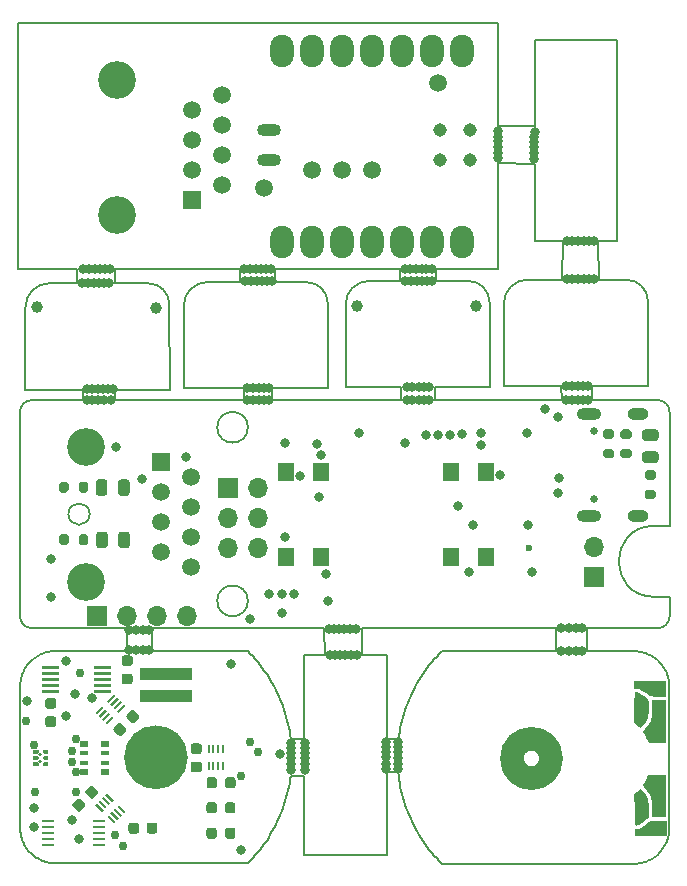
<source format=gbr>
%TF.GenerationSoftware,KiCad,Pcbnew,(5.1.10)-1*%
%TF.CreationDate,2021-10-05T13:13:14-05:00*%
%TF.ProjectId,BYTE_PANELkicad_pcb,42595445-5f50-4414-9e45-4c6b69636164,v2.2*%
%TF.SameCoordinates,Original*%
%TF.FileFunction,Soldermask,Bot*%
%TF.FilePolarity,Negative*%
%FSLAX46Y46*%
G04 Gerber Fmt 4.6, Leading zero omitted, Abs format (unit mm)*
G04 Created by KiCad (PCBNEW (5.1.10)-1) date 2021-10-05 13:13:14*
%MOMM*%
%LPD*%
G01*
G04 APERTURE LIST*
%TA.AperFunction,Profile*%
%ADD10C,0.200000*%
%TD*%
%ADD11C,2.000000*%
%ADD12C,0.010000*%
%ADD13C,0.100000*%
%ADD14C,1.000000*%
%ADD15O,1.700000X1.700000*%
%ADD16R,1.700000X1.700000*%
%ADD17R,1.400000X1.600000*%
%ADD18C,0.650000*%
%ADD19O,1.800000X1.000000*%
%ADD20O,2.100000X1.000000*%
%ADD21C,1.500000*%
%ADD22R,1.500000X1.500000*%
%ADD23C,3.200000*%
%ADD24C,2.700000*%
%ADD25R,0.304800X0.203200*%
%ADD26R,4.400000X1.000000*%
%ADD27R,0.800000X0.500000*%
%ADD28R,0.800000X0.400000*%
%ADD29R,1.100000X0.250000*%
%ADD30R,0.200000X0.800000*%
%ADD31C,1.143000*%
%ADD32O,2.032000X1.016000*%
%ADD33O,1.998980X2.748280*%
%ADD34C,0.800000*%
%ADD35C,0.750000*%
%ADD36C,0.600000*%
G04 APERTURE END LIST*
D10*
X145638100Y-94510004D02*
X145638100Y-96762180D01*
X142558100Y-96762180D02*
X142458100Y-94510004D01*
X145638100Y-96762180D02*
X147788100Y-96762180D01*
X162068100Y-94510004D02*
X145638100Y-94510004D01*
X147788100Y-96762180D02*
X147788100Y-103892180D01*
X140778100Y-103872180D02*
X140798100Y-96762180D01*
X157156100Y-55162180D02*
X160298100Y-55182180D01*
X160298100Y-51992180D02*
X157158100Y-51992180D01*
X160298100Y-61762180D02*
X160298100Y-55182180D01*
X157156100Y-43242180D02*
X157158100Y-51992180D01*
X162658100Y-61762180D02*
X162578100Y-65012180D01*
X165708100Y-65012180D02*
X165648100Y-61762180D01*
X167298100Y-61762180D02*
X165648100Y-61762180D01*
X168087294Y-65021970D02*
X165708100Y-65012180D01*
X148898100Y-64072180D02*
X148888100Y-65112180D01*
X151918100Y-64072180D02*
X151938100Y-65112180D01*
X154687294Y-65121970D02*
X151938100Y-65112180D01*
X157156100Y-64070180D02*
X151918100Y-64072180D01*
X162658100Y-61762180D02*
X160298100Y-61762180D01*
X160298100Y-51992180D02*
X160298100Y-44762180D01*
X160298100Y-44762180D02*
X167298100Y-44762180D01*
X167298100Y-44762180D02*
X167298100Y-61762180D01*
X147798100Y-106722180D02*
X147798100Y-113762180D01*
X140798100Y-96762180D02*
X142558100Y-96762180D01*
X140798100Y-113762180D02*
X140798100Y-107012180D01*
X147798100Y-113762180D02*
X140798100Y-113762180D01*
X138338100Y-65222180D02*
X138338100Y-64072180D01*
X135318100Y-64070180D02*
X135318100Y-65212180D01*
X135318100Y-65212180D02*
X132588100Y-65212180D01*
X148898100Y-64072180D02*
X138338100Y-64072180D01*
X124748100Y-64070180D02*
X124738100Y-65322180D01*
X121508100Y-65312180D02*
X121528100Y-64070180D01*
X135318100Y-64070180D02*
X124748100Y-64070180D01*
X127587294Y-65321970D02*
X124738100Y-65322180D01*
X162558100Y-74012180D02*
X162588100Y-75210004D01*
X165188100Y-75202180D02*
X165178100Y-74002180D01*
X165178100Y-74002180D02*
X169888100Y-74012180D01*
X165190000Y-75200004D02*
X170720000Y-75210004D01*
X151848100Y-74112180D02*
X151828100Y-75210004D01*
X149018100Y-75210004D02*
X149008100Y-74112180D01*
X151828100Y-75210004D02*
X162588100Y-75210004D01*
X151848100Y-74112180D02*
X156488100Y-74112180D01*
X138088100Y-74212180D02*
X138078100Y-75210004D01*
X135658100Y-74212180D02*
X135678100Y-75210004D01*
X138078100Y-75210004D02*
X149018100Y-75210004D01*
X130588100Y-74212180D02*
X135658100Y-74212180D01*
X122048100Y-75210004D02*
X122038100Y-74312180D01*
X124798100Y-75210004D02*
X124778100Y-74312180D01*
X124798100Y-75210004D02*
X135678100Y-75210004D01*
X124778100Y-74312180D02*
X129388100Y-74312180D01*
X169888100Y-74012180D02*
X169878310Y-66814500D01*
X157688100Y-74012180D02*
X157688100Y-67012180D01*
X157688100Y-74012180D02*
X162558100Y-74012180D01*
X157688100Y-67012180D02*
G75*
G02*
X159688100Y-65012180I2000000J0D01*
G01*
X168087294Y-65021969D02*
G75*
G02*
X169878309Y-66814499I806J-1790211D01*
G01*
X162578100Y-65012180D02*
X159688100Y-65012180D01*
X144288100Y-74112180D02*
X149008100Y-74112180D01*
X154687294Y-65121969D02*
G75*
G02*
X156478309Y-66914499I806J-1790211D01*
G01*
X156488100Y-74112180D02*
X156478310Y-66914500D01*
X148888100Y-65112180D02*
X146288100Y-65112180D01*
X144288100Y-67112180D02*
G75*
G02*
X146288100Y-65112180I2000000J0D01*
G01*
X144288100Y-74112180D02*
X144288100Y-67112180D01*
X138088100Y-74212180D02*
X142788100Y-74212180D01*
X140987294Y-65221969D02*
G75*
G02*
X142778309Y-67014499I806J-1790211D01*
G01*
X142788100Y-74212180D02*
X142778310Y-67014500D01*
X140985780Y-65221970D02*
X138338100Y-65222180D01*
X130588100Y-67212180D02*
G75*
G02*
X132588100Y-65212180I2000000J0D01*
G01*
X130588100Y-74212180D02*
X130588100Y-67212180D01*
X162068100Y-94510004D02*
X162068100Y-96462228D01*
X164768100Y-94510004D02*
X164768100Y-96462228D01*
X142458100Y-94510004D02*
X127868100Y-94510004D01*
X162068100Y-96462228D02*
X152439691Y-96462228D01*
X125768100Y-94510004D02*
X125768100Y-96442180D01*
X127868100Y-96442180D02*
X127868100Y-94510004D01*
X170720000Y-94510004D02*
X164768100Y-94510004D01*
X135996509Y-96442180D02*
X127868100Y-96442180D01*
X121508100Y-65312180D02*
X119188100Y-65312180D01*
X117188100Y-74312180D02*
X122038100Y-74312180D01*
X129388100Y-74312180D02*
X129378310Y-67114500D01*
X117188100Y-67312180D02*
G75*
G02*
X119188100Y-65312180I2000000J0D01*
G01*
X127587294Y-65321969D02*
G75*
G02*
X129378309Y-67114499I806J-1790211D01*
G01*
X117188100Y-74312180D02*
X117188100Y-67312180D01*
X149664215Y-100587209D02*
X149547799Y-100875525D01*
X149788569Y-100301830D02*
X149664215Y-100587209D01*
X151018880Y-98140002D02*
X150841610Y-98397203D01*
X148785800Y-103890832D02*
X147788100Y-103892180D01*
X147798100Y-106722180D02*
X148751404Y-106721733D01*
X149338778Y-101460413D02*
X149243528Y-101756746D01*
X150669631Y-98658399D02*
X150505589Y-98923432D01*
X148830779Y-103580469D02*
X148785800Y-103890832D01*
X151791463Y-97153663D02*
X151587734Y-97393613D01*
X148785800Y-107033576D02*
X148830779Y-107343939D01*
X149547799Y-100875525D02*
X149439320Y-101166646D01*
X150505589Y-98923432D02*
X150349485Y-99192195D01*
X149076841Y-102356449D02*
X149002758Y-102659582D01*
X149243528Y-101756746D02*
X149156216Y-102055460D01*
X151391942Y-97638088D02*
X151201443Y-97886928D01*
X168690379Y-96462228D02*
X164768100Y-96462228D01*
X168986712Y-96476886D02*
X168838545Y-96465906D01*
X151587734Y-97393613D02*
X151391942Y-97638088D01*
X152439691Y-96462228D02*
X152217441Y-96687838D01*
X149664215Y-110337199D02*
X149788569Y-110622578D01*
X149918215Y-110904914D02*
X150053152Y-111184049D01*
X149076841Y-108567959D02*
X149156216Y-108868948D01*
X149243528Y-109167662D02*
X149338778Y-109463995D01*
X149156216Y-108868948D02*
X149243528Y-109167662D01*
X149002758Y-108264826D02*
X149076841Y-108567959D01*
X150198673Y-111459851D02*
X150349485Y-111732213D01*
X149788569Y-110622578D02*
X149918215Y-110904914D01*
X169560857Y-114332508D02*
X169701086Y-114286523D01*
X148936612Y-102964707D02*
X148881050Y-103271716D01*
X169277753Y-114404025D02*
X169420628Y-114371719D01*
X170230252Y-114036598D02*
X170354606Y-113958149D01*
X149439320Y-109757762D02*
X149547799Y-110048883D01*
X149547799Y-110048883D02*
X149664215Y-110337199D01*
X169970961Y-114174552D02*
X170100606Y-114108776D01*
X169132233Y-114429319D02*
X169277753Y-114404025D01*
X149338778Y-109463995D02*
X149439320Y-109757762D01*
X170473668Y-113873536D02*
X170590085Y-113782810D01*
X168838545Y-114458502D02*
X168986712Y-114447522D01*
X148881050Y-107652692D02*
X148936612Y-107959701D01*
X150053152Y-111184049D02*
X150198673Y-111459851D01*
X171598146Y-112193460D02*
X171629896Y-112050188D01*
X148936612Y-107959701D02*
X149002758Y-108264826D01*
X149918215Y-100019494D02*
X149788569Y-100301830D01*
X169701086Y-96637885D02*
X169560857Y-96591900D01*
X152000483Y-96918369D02*
X151791463Y-97153663D01*
X148881050Y-103271716D02*
X148830779Y-103580469D01*
X150198673Y-99464557D02*
X150053152Y-99740359D01*
X168838545Y-96465906D02*
X168690379Y-96462228D01*
X152217441Y-96687838D02*
X152000483Y-96918369D01*
X171598146Y-98730948D02*
X171558459Y-98589713D01*
X150841610Y-98397203D02*
X150669631Y-98658399D01*
X171460563Y-98314150D02*
X171402355Y-98180351D01*
X151201443Y-97886928D02*
X151018880Y-98140002D01*
X150053152Y-99740359D02*
X149918215Y-100019494D01*
X148751404Y-106721733D02*
X148785800Y-107033576D01*
X149002758Y-102659582D02*
X148936612Y-102964707D01*
X149439320Y-101166646D02*
X149338778Y-101460413D01*
X150349485Y-99192195D02*
X150198673Y-99464557D01*
X169836023Y-96690563D02*
X169701086Y-96637885D01*
X148830779Y-107343939D02*
X148881050Y-107652692D01*
X149156216Y-102055460D02*
X149076841Y-102356449D01*
X171685459Y-99313454D02*
X171674875Y-99165711D01*
X169701086Y-114286523D02*
X169836023Y-114233845D01*
X152000483Y-114006039D02*
X152217441Y-114236570D01*
X151587734Y-113530795D02*
X151791463Y-113770745D01*
X151018880Y-112784406D02*
X151201443Y-113037480D01*
X171185397Y-113126591D02*
X171264772Y-113002476D01*
X171558459Y-112334695D02*
X171598146Y-112193460D01*
X171402355Y-112744057D02*
X171460563Y-112610258D01*
X150841610Y-112527205D02*
X151018880Y-112784406D01*
X150349485Y-111732213D02*
X150505589Y-112000976D01*
X168986712Y-114447522D02*
X169132233Y-114429319D01*
X170100606Y-114108776D02*
X170230252Y-114036598D01*
X150505589Y-112000976D02*
X150669631Y-112266009D01*
X171685459Y-111610954D02*
X171688104Y-111462206D01*
X161707278Y-105453754D02*
G75*
G03*
X161707278Y-105453754I-1500000J0D01*
G01*
X152217441Y-114236570D02*
X152439691Y-114462180D01*
X171656354Y-111905197D02*
X171674875Y-111758697D01*
X170590085Y-113782810D02*
X170703856Y-113686105D01*
X171629896Y-112050188D02*
X171656354Y-111905197D01*
X171100730Y-113247003D02*
X171185397Y-113126591D01*
X150669631Y-112266009D02*
X150841610Y-112527205D01*
X171674875Y-111758697D02*
X171685459Y-111610954D01*
X171336209Y-112874867D02*
X171402355Y-112744057D01*
X169836023Y-114233845D02*
X169970961Y-114174552D01*
X170230252Y-96887810D02*
X170100606Y-96815632D01*
X169132233Y-96495089D02*
X168986712Y-96476886D01*
X171688104Y-99462202D02*
X171685459Y-99313454D01*
X169970961Y-96749856D02*
X169836023Y-96690563D01*
X171010772Y-97560935D02*
X170912876Y-97448699D01*
X171264772Y-97921932D02*
X171185397Y-97797817D01*
X170473668Y-97050872D02*
X170354606Y-96966259D01*
X169560857Y-96591900D02*
X169420628Y-96552689D01*
X171674875Y-99165711D02*
X171656354Y-99019211D01*
X171185397Y-97797817D02*
X171100730Y-97677405D01*
X169277753Y-96520383D02*
X169132233Y-96495089D01*
X168690379Y-114462180D02*
X168838545Y-114458502D01*
X151391942Y-113286320D02*
X151587734Y-113530795D01*
X169420628Y-114371719D02*
X169560857Y-114332508D01*
X151791463Y-113770745D02*
X152000483Y-114006039D01*
X171460563Y-112610258D02*
X171513480Y-112473706D01*
X171010772Y-113363473D02*
X171100730Y-113247003D01*
X170703856Y-113686105D02*
X170809689Y-113583525D01*
X171513480Y-112473706D02*
X171558459Y-112334695D01*
X151201443Y-113037480D02*
X151391942Y-113286320D01*
X170912876Y-113475709D02*
X171010772Y-113363473D01*
X152439691Y-114462180D02*
X168690379Y-114462180D01*
X170354606Y-113958149D02*
X170473668Y-113873536D01*
X171264772Y-113002476D02*
X171336209Y-112874867D01*
X170809689Y-113583525D02*
X170912876Y-113475709D01*
X171402355Y-98180351D02*
X171336209Y-98049541D01*
X170703856Y-97238303D02*
X170590085Y-97141598D01*
X169420628Y-96552689D02*
X169277753Y-96520383D01*
X171336209Y-98049541D02*
X171264772Y-97921932D01*
X170354606Y-96966259D02*
X170230252Y-96887810D01*
X171629896Y-98874220D02*
X171598146Y-98730948D01*
X171688104Y-111462206D02*
X171688104Y-99462202D01*
X170912876Y-97448699D02*
X170809689Y-97340883D01*
X170809689Y-97340883D02*
X170703856Y-97238303D01*
X170590085Y-97141598D02*
X170473668Y-97050872D01*
X171656354Y-99019211D02*
X171629896Y-98874220D01*
X170100606Y-96815632D02*
X169970961Y-96749856D01*
X171558459Y-98589713D02*
X171513480Y-98450702D01*
X171100730Y-97677405D02*
X171010772Y-97560935D01*
X171513480Y-98450702D02*
X171460563Y-98314150D01*
X117720000Y-94510004D02*
G75*
G02*
X116720000Y-93510004I0J1000000D01*
G01*
X170720000Y-75210004D02*
G75*
G02*
X171720000Y-76210004I0J-1000000D01*
G01*
X170420000Y-91860004D02*
X171720000Y-91860004D01*
X125768100Y-94510004D02*
X117720000Y-94510004D01*
X116720000Y-76210004D02*
G75*
G02*
X117720000Y-75210004I1000000J0D01*
G01*
X122620000Y-84860004D02*
G75*
G03*
X122620000Y-84860004I-900000J0D01*
G01*
X136020001Y-77510004D02*
G75*
G03*
X136020001Y-77510004I-1300001J0D01*
G01*
X170420000Y-91860004D02*
G75*
G02*
X170420000Y-85860004I0J3000000D01*
G01*
X136020001Y-92210004D02*
G75*
G03*
X136020001Y-92210004I-1300001J0D01*
G01*
X171720000Y-91860004D02*
X171720000Y-93510004D01*
X171720000Y-93510004D02*
G75*
G02*
X170720000Y-94510004I-1000000J0D01*
G01*
X116720000Y-93510004D02*
X116720000Y-76210004D01*
X171720000Y-85860004D02*
X170420000Y-85860004D01*
X117720000Y-75210004D02*
X122048100Y-75210004D01*
X171720000Y-76210004D02*
X171720000Y-85860004D01*
D11*
X129911896Y-105450606D02*
G75*
G03*
X129911896Y-105450606I-1682974J0D01*
G01*
D10*
X116748096Y-99442154D02*
X116748096Y-111442158D01*
X116806304Y-112030140D02*
X116838054Y-112173412D01*
X118081594Y-113938101D02*
X118205948Y-114016550D01*
X119015572Y-114351671D02*
X119158447Y-114383977D01*
X117099991Y-112854819D02*
X117171428Y-112982428D01*
X117732344Y-113666057D02*
X117846115Y-113762762D01*
X117033845Y-112724009D02*
X117099991Y-112854819D01*
X117962532Y-113853488D02*
X118081594Y-113938101D01*
X116761325Y-111738649D02*
X116779846Y-111885149D01*
X117250803Y-113106543D02*
X117335470Y-113226955D01*
X119158447Y-114383977D02*
X119303967Y-114409271D01*
X118205948Y-114016550D02*
X118335594Y-114088728D01*
X117171428Y-112982428D02*
X117250803Y-113106543D01*
X118875343Y-114312460D02*
X119015572Y-114351671D01*
X117425428Y-113343425D02*
X117523324Y-113455661D01*
X118465239Y-114154504D02*
X118600177Y-114213797D01*
X116748096Y-111442158D02*
X116750741Y-111590906D01*
X119303967Y-114409271D02*
X119449488Y-114427474D01*
X116922720Y-112453658D02*
X116975637Y-112590210D01*
X117335470Y-113226955D02*
X117425428Y-113343425D01*
X116877741Y-112314647D02*
X116922720Y-112453658D01*
X118335594Y-114088728D02*
X118465239Y-114154504D01*
X116779846Y-111885149D02*
X116806304Y-112030140D01*
X117846115Y-113762762D02*
X117962532Y-113853488D01*
X117626511Y-113563477D02*
X117732344Y-113666057D01*
X117523324Y-113455661D02*
X117626511Y-113563477D01*
X116750741Y-111590906D02*
X116761325Y-111738649D01*
X116975637Y-112590210D02*
X117033845Y-112724009D01*
X118735114Y-114266475D02*
X118875343Y-114312460D01*
X116838054Y-112173412D02*
X116877741Y-112314647D01*
X118600177Y-114213797D02*
X118735114Y-114266475D01*
X119597655Y-114438454D02*
X119745821Y-114442132D01*
X139555150Y-107632644D02*
X139605421Y-107323891D01*
X136218759Y-114216522D02*
X136435717Y-113985991D01*
X136435717Y-113985991D02*
X136644737Y-113750697D01*
X137234757Y-113017432D02*
X137417320Y-112764358D01*
X137594590Y-112507157D02*
X137766569Y-112245961D01*
X138086715Y-111712165D02*
X138237527Y-111439803D01*
X138237527Y-111439803D02*
X138383048Y-111164001D01*
X138517985Y-110884866D02*
X138647631Y-110602530D01*
X139279984Y-108848900D02*
X139359359Y-108547911D01*
X138996880Y-109737714D02*
X139097422Y-109443947D01*
X139433442Y-108244778D02*
X139499588Y-107939653D01*
X139605421Y-103560421D02*
X139555150Y-103251668D01*
X140778100Y-103872180D02*
X139650400Y-103870784D01*
X138383048Y-111164001D02*
X138517985Y-110884866D01*
X139097422Y-109443947D02*
X139192672Y-109147614D01*
X139650400Y-107013528D02*
X140798100Y-107012180D01*
X139359359Y-108547911D02*
X139433442Y-108244778D01*
X135996509Y-114442132D02*
X136218759Y-114216522D01*
X136644737Y-113750697D02*
X136848466Y-113510747D01*
X136848466Y-113510747D02*
X137044258Y-113266272D01*
X137417320Y-112764358D02*
X137594590Y-112507157D01*
X138647631Y-110602530D02*
X138771985Y-110317151D01*
X138771985Y-110317151D02*
X138888401Y-110028835D01*
X119449488Y-114427474D02*
X119597655Y-114438454D01*
X119745821Y-114442132D02*
X135996509Y-114442132D01*
X137044258Y-113266272D02*
X137234757Y-113017432D01*
X137930611Y-111980928D02*
X138086715Y-111712165D01*
X139192672Y-109147614D02*
X139279984Y-108848900D01*
X139650400Y-103870784D02*
X139605421Y-103560421D01*
X138888401Y-110028835D02*
X138996880Y-109737714D01*
X139605421Y-107323891D02*
X139650400Y-107013528D01*
X137766569Y-112245961D02*
X137930611Y-111980928D01*
X139499588Y-107939653D02*
X139555150Y-107632644D01*
X139279984Y-102035412D02*
X139192672Y-101736698D01*
X138647631Y-100281782D02*
X138517985Y-99999446D01*
X138237527Y-99444509D02*
X138086715Y-99172147D01*
X139555150Y-103251668D02*
X139499588Y-102944659D01*
X139499588Y-102944659D02*
X139433442Y-102639534D01*
X139433442Y-102639534D02*
X139359359Y-102336401D01*
X138996880Y-101146598D02*
X138888401Y-100855477D01*
X138771985Y-100567161D02*
X138647631Y-100281782D01*
X139192672Y-101736698D02*
X139097422Y-101440365D01*
X139359359Y-102336401D02*
X139279984Y-102035412D01*
X139097422Y-101440365D02*
X138996880Y-101146598D01*
X138888401Y-100855477D02*
X138771985Y-100567161D01*
X138383048Y-99720311D02*
X138237527Y-99444509D01*
X138517985Y-99999446D02*
X138383048Y-99720311D01*
X116838054Y-98710900D02*
X116806304Y-98854172D01*
X119597655Y-96445858D02*
X119449488Y-96456838D01*
X117962532Y-97030824D02*
X117846115Y-97121550D01*
X119303967Y-96475041D02*
X119158447Y-96500335D01*
X118465239Y-96729808D02*
X118335594Y-96795584D01*
X118205948Y-96867762D02*
X118081594Y-96946211D01*
X119158447Y-96500335D02*
X119015572Y-96532641D01*
X118875343Y-96571852D02*
X118735114Y-96617837D01*
X116806304Y-98854172D02*
X116779846Y-98999163D01*
X138086715Y-99172147D02*
X137930611Y-98903384D01*
X136218759Y-96667790D02*
X135996509Y-96442180D01*
X137930611Y-98903384D02*
X137766569Y-98638351D01*
X137766569Y-98638351D02*
X137594590Y-98377155D01*
X118600177Y-96670515D02*
X118465239Y-96729808D01*
X137594590Y-98377155D02*
X137417320Y-98119954D01*
X137417320Y-98119954D02*
X137234757Y-97866880D01*
X116750741Y-99293406D02*
X116748096Y-99442154D01*
X136848466Y-97373565D02*
X136644737Y-97133615D01*
X117335470Y-97657357D02*
X117250803Y-97777769D01*
X117250803Y-97777769D02*
X117171428Y-97901884D01*
X117099991Y-98029493D02*
X117033845Y-98160303D01*
X116761325Y-99145663D02*
X116750741Y-99293406D01*
X136435717Y-96898321D02*
X136218759Y-96667790D01*
X118735114Y-96617837D02*
X118600177Y-96670515D01*
X118335594Y-96795584D02*
X118205948Y-96867762D01*
X117846115Y-97121550D02*
X117732344Y-97218255D01*
X116779846Y-98999163D02*
X116761325Y-99145663D01*
X129728922Y-105450606D02*
G75*
G03*
X129728922Y-105450606I-1500000J0D01*
G01*
X119449488Y-96456838D02*
X119303967Y-96475041D01*
X117033845Y-98160303D02*
X116975637Y-98294102D01*
X116877741Y-98569665D02*
X116838054Y-98710900D01*
X117732344Y-97218255D02*
X117626511Y-97320835D01*
X117523324Y-97428651D02*
X117425428Y-97540887D01*
X117425428Y-97540887D02*
X117335470Y-97657357D01*
X116975637Y-98294102D02*
X116922720Y-98430654D01*
X116922720Y-98430654D02*
X116877741Y-98569665D01*
X137234757Y-97866880D02*
X137044258Y-97618040D01*
X117171428Y-97901884D02*
X117099991Y-98029493D01*
X137044258Y-97618040D02*
X136848466Y-97373565D01*
X136644737Y-97133615D02*
X136435717Y-96898321D01*
X117626511Y-97320835D02*
X117523324Y-97428651D01*
X118081594Y-96946211D02*
X117962532Y-97030824D01*
X125768100Y-96442180D02*
X119745821Y-96442180D01*
X119015572Y-96532641D02*
X118875343Y-96571852D01*
X119745821Y-96442180D02*
X119597655Y-96445858D01*
X116516100Y-43242180D02*
X157156100Y-43242180D01*
X116516100Y-64070180D02*
X116516100Y-43242180D01*
X121528100Y-64070180D02*
X116516100Y-64070180D01*
X157156100Y-55162180D02*
X157156100Y-64070180D01*
D11*
%TO.C,J1*%
X161683697Y-105552180D02*
G75*
G03*
X161683697Y-105552180I-1655597J0D01*
G01*
D12*
G36*
X168884251Y-111543150D02*
G01*
X169087870Y-111500140D01*
X169288705Y-111420490D01*
X169490185Y-111302520D01*
X169693876Y-111146140D01*
X169839092Y-111027294D01*
X169960830Y-110939132D01*
X170062281Y-110879463D01*
X170117209Y-110855517D01*
X170164176Y-110845651D01*
X170248100Y-110837111D01*
X170370246Y-110829826D01*
X170531878Y-110823725D01*
X170734263Y-110818737D01*
X170789251Y-110817694D01*
X171387209Y-110806914D01*
X171387209Y-112040013D01*
X170358669Y-112040013D01*
X170358669Y-111884178D01*
X170398712Y-111880780D01*
X170512601Y-111838657D01*
X170603581Y-111768355D01*
X170667827Y-111677215D01*
X170701516Y-111572581D01*
X170700826Y-111461793D01*
X170668022Y-111363619D01*
X170597608Y-111267038D01*
X170502354Y-111204725D01*
X170382176Y-111176624D01*
X170382134Y-111176620D01*
X170261847Y-111185187D01*
X170157348Y-111227885D01*
X170074168Y-111298778D01*
X170017836Y-111391932D01*
X169993881Y-111501409D01*
X169999791Y-111587037D01*
X170033776Y-111672576D01*
X170096772Y-111752508D01*
X170178663Y-111819384D01*
X170269334Y-111865757D01*
X170358669Y-111884178D01*
X170358669Y-112040013D01*
X168762543Y-112040013D01*
X168762543Y-111558058D01*
X168884251Y-111543150D01*
G37*
X168884251Y-111543150D02*
X169087870Y-111500140D01*
X169288705Y-111420490D01*
X169490185Y-111302520D01*
X169693876Y-111146140D01*
X169839092Y-111027294D01*
X169960830Y-110939132D01*
X170062281Y-110879463D01*
X170117209Y-110855517D01*
X170164176Y-110845651D01*
X170248100Y-110837111D01*
X170370246Y-110829826D01*
X170531878Y-110823725D01*
X170734263Y-110818737D01*
X170789251Y-110817694D01*
X171387209Y-110806914D01*
X171387209Y-112040013D01*
X170358669Y-112040013D01*
X170358669Y-111884178D01*
X170398712Y-111880780D01*
X170512601Y-111838657D01*
X170603581Y-111768355D01*
X170667827Y-111677215D01*
X170701516Y-111572581D01*
X170700826Y-111461793D01*
X170668022Y-111363619D01*
X170597608Y-111267038D01*
X170502354Y-111204725D01*
X170382176Y-111176624D01*
X170382134Y-111176620D01*
X170261847Y-111185187D01*
X170157348Y-111227885D01*
X170074168Y-111298778D01*
X170017836Y-111391932D01*
X169993881Y-111501409D01*
X169999791Y-111587037D01*
X170033776Y-111672576D01*
X170096772Y-111752508D01*
X170178663Y-111819384D01*
X170269334Y-111865757D01*
X170358669Y-111884178D01*
X170358669Y-112040013D01*
X168762543Y-112040013D01*
X168762543Y-111558058D01*
X168884251Y-111543150D01*
G36*
X169575600Y-107622470D02*
G01*
X169641616Y-107509652D01*
X169714011Y-107377163D01*
X169782481Y-107244238D01*
X169822034Y-107162359D01*
X169935656Y-106918193D01*
X171365725Y-106918193D01*
X171365725Y-110453026D01*
X170285387Y-110453026D01*
X170285387Y-107860474D01*
X170392562Y-107856537D01*
X170496241Y-107818767D01*
X170588756Y-107748408D01*
X170648367Y-107671487D01*
X170680391Y-107584606D01*
X170687805Y-107481787D01*
X170670757Y-107381426D01*
X170645542Y-107324421D01*
X170582473Y-107257041D01*
X170491410Y-107205676D01*
X170385586Y-107176725D01*
X170331757Y-107172658D01*
X170212044Y-107189750D01*
X170114277Y-107237905D01*
X170041172Y-107310470D01*
X169995443Y-107400795D01*
X169979806Y-107502229D01*
X169996976Y-107608120D01*
X170049666Y-107711819D01*
X170091237Y-107761870D01*
X170182389Y-107829333D01*
X170285387Y-107860474D01*
X170285387Y-110453026D01*
X170247692Y-110453026D01*
X170235911Y-110278401D01*
X170232142Y-110207127D01*
X170227963Y-110101973D01*
X170223642Y-109971388D01*
X170219445Y-109823822D01*
X170215639Y-109667721D01*
X170213677Y-109574609D01*
X170209779Y-109421057D01*
X170204453Y-109274373D01*
X170198100Y-109142180D01*
X170191118Y-109032098D01*
X170183909Y-108951748D01*
X170179268Y-108918955D01*
X170130359Y-108743418D01*
X170048851Y-108565999D01*
X169932756Y-108383445D01*
X169780087Y-108192502D01*
X169648681Y-108050345D01*
X169442787Y-107838415D01*
X169575600Y-107622470D01*
G37*
X169575600Y-107622470D02*
X169641616Y-107509652D01*
X169714011Y-107377163D01*
X169782481Y-107244238D01*
X169822034Y-107162359D01*
X169935656Y-106918193D01*
X171365725Y-106918193D01*
X171365725Y-110453026D01*
X170285387Y-110453026D01*
X170285387Y-107860474D01*
X170392562Y-107856537D01*
X170496241Y-107818767D01*
X170588756Y-107748408D01*
X170648367Y-107671487D01*
X170680391Y-107584606D01*
X170687805Y-107481787D01*
X170670757Y-107381426D01*
X170645542Y-107324421D01*
X170582473Y-107257041D01*
X170491410Y-107205676D01*
X170385586Y-107176725D01*
X170331757Y-107172658D01*
X170212044Y-107189750D01*
X170114277Y-107237905D01*
X170041172Y-107310470D01*
X169995443Y-107400795D01*
X169979806Y-107502229D01*
X169996976Y-107608120D01*
X170049666Y-107711819D01*
X170091237Y-107761870D01*
X170182389Y-107829333D01*
X170285387Y-107860474D01*
X170285387Y-110453026D01*
X170247692Y-110453026D01*
X170235911Y-110278401D01*
X170232142Y-110207127D01*
X170227963Y-110101973D01*
X170223642Y-109971388D01*
X170219445Y-109823822D01*
X170215639Y-109667721D01*
X170213677Y-109574609D01*
X170209779Y-109421057D01*
X170204453Y-109274373D01*
X170198100Y-109142180D01*
X170191118Y-109032098D01*
X170183909Y-108951748D01*
X170179268Y-108918955D01*
X170130359Y-108743418D01*
X170048851Y-108565999D01*
X169932756Y-108383445D01*
X169780087Y-108192502D01*
X169648681Y-108050345D01*
X169442787Y-107838415D01*
X169575600Y-107622470D01*
G36*
X168973532Y-108356635D02*
G01*
X169197098Y-108134763D01*
X169395884Y-108340515D01*
X169478100Y-108428199D01*
X169556797Y-108516705D01*
X169623274Y-108595965D01*
X169668827Y-108655907D01*
X169670263Y-108658015D01*
X169711568Y-108724708D01*
X169746709Y-108795706D01*
X169776314Y-108875159D01*
X169801012Y-108967219D01*
X169821431Y-109076040D01*
X169838199Y-109205772D01*
X169851945Y-109360567D01*
X169863297Y-109544578D01*
X169872883Y-109761957D01*
X169881332Y-110016855D01*
X169882612Y-110061100D01*
X169895869Y-110526938D01*
X169783293Y-110582939D01*
X169712915Y-110624143D01*
X169627646Y-110682977D01*
X169543555Y-110748202D01*
X169526350Y-110762685D01*
X169372764Y-110890782D01*
X169303424Y-110944064D01*
X169303424Y-109870602D01*
X169400032Y-109868348D01*
X169498224Y-109831310D01*
X169588813Y-109765642D01*
X169662613Y-109677500D01*
X169699562Y-109605214D01*
X169711595Y-109544465D01*
X169701039Y-109472507D01*
X169666151Y-109379406D01*
X169656058Y-109357286D01*
X169596610Y-109263021D01*
X169519447Y-109203779D01*
X169418084Y-109175610D01*
X169351666Y-109171930D01*
X169224448Y-109188389D01*
X169123708Y-109236164D01*
X169052003Y-109312850D01*
X169011892Y-109416041D01*
X169003967Y-109498831D01*
X169022029Y-109627220D01*
X169074199Y-109733174D01*
X169157446Y-109812933D01*
X169268745Y-109862738D01*
X169303424Y-109870602D01*
X169303424Y-110944064D01*
X169243495Y-110990115D01*
X169134258Y-111063126D01*
X169040768Y-111112260D01*
X168958739Y-111139960D01*
X168883887Y-111148672D01*
X168852225Y-111147129D01*
X168798579Y-111132946D01*
X168772025Y-111097816D01*
X168768783Y-111087513D01*
X168766077Y-111057089D01*
X168763461Y-110988269D01*
X168760988Y-110884990D01*
X168758708Y-110751190D01*
X168756674Y-110590804D01*
X168754935Y-110407770D01*
X168753544Y-110206027D01*
X168752551Y-109989509D01*
X168752076Y-109806552D01*
X168749967Y-108578507D01*
X168973532Y-108356635D01*
G37*
X168973532Y-108356635D02*
X169197098Y-108134763D01*
X169395884Y-108340515D01*
X169478100Y-108428199D01*
X169556797Y-108516705D01*
X169623274Y-108595965D01*
X169668827Y-108655907D01*
X169670263Y-108658015D01*
X169711568Y-108724708D01*
X169746709Y-108795706D01*
X169776314Y-108875159D01*
X169801012Y-108967219D01*
X169821431Y-109076040D01*
X169838199Y-109205772D01*
X169851945Y-109360567D01*
X169863297Y-109544578D01*
X169872883Y-109761957D01*
X169881332Y-110016855D01*
X169882612Y-110061100D01*
X169895869Y-110526938D01*
X169783293Y-110582939D01*
X169712915Y-110624143D01*
X169627646Y-110682977D01*
X169543555Y-110748202D01*
X169526350Y-110762685D01*
X169372764Y-110890782D01*
X169303424Y-110944064D01*
X169303424Y-109870602D01*
X169400032Y-109868348D01*
X169498224Y-109831310D01*
X169588813Y-109765642D01*
X169662613Y-109677500D01*
X169699562Y-109605214D01*
X169711595Y-109544465D01*
X169701039Y-109472507D01*
X169666151Y-109379406D01*
X169656058Y-109357286D01*
X169596610Y-109263021D01*
X169519447Y-109203779D01*
X169418084Y-109175610D01*
X169351666Y-109171930D01*
X169224448Y-109188389D01*
X169123708Y-109236164D01*
X169052003Y-109312850D01*
X169011892Y-109416041D01*
X169003967Y-109498831D01*
X169022029Y-109627220D01*
X169074199Y-109733174D01*
X169157446Y-109812933D01*
X169268745Y-109862738D01*
X169303424Y-109870602D01*
X169303424Y-110944064D01*
X169243495Y-110990115D01*
X169134258Y-111063126D01*
X169040768Y-111112260D01*
X168958739Y-111139960D01*
X168883887Y-111148672D01*
X168852225Y-111147129D01*
X168798579Y-111132946D01*
X168772025Y-111097816D01*
X168768783Y-111087513D01*
X168766077Y-111057089D01*
X168763461Y-110988269D01*
X168760988Y-110884990D01*
X168758708Y-110751190D01*
X168756674Y-110590804D01*
X168754935Y-110407770D01*
X168753544Y-110206027D01*
X168752551Y-109989509D01*
X168752076Y-109806552D01*
X168749967Y-108578507D01*
X168973532Y-108356635D01*
G36*
X168745182Y-101287725D02*
G01*
X168745679Y-101063896D01*
X168746670Y-100850715D01*
X168748100Y-100652314D01*
X168749917Y-100472827D01*
X168752064Y-100316387D01*
X168754490Y-100187128D01*
X168757140Y-100089182D01*
X168759959Y-100026684D01*
X168761904Y-100006763D01*
X168773470Y-99954460D01*
X168791634Y-99930557D01*
X168829959Y-99925045D01*
X168870643Y-99926513D01*
X168967602Y-99945552D01*
X169082233Y-99991286D01*
X169204188Y-100058673D01*
X169323124Y-100142672D01*
X169336629Y-100153569D01*
X169416584Y-100217930D01*
X169506370Y-100288421D01*
X169597994Y-100358970D01*
X169683467Y-100423504D01*
X169754797Y-100475951D01*
X169803995Y-100510237D01*
X169814893Y-100517048D01*
X169826677Y-100526016D01*
X169835959Y-100540800D01*
X169843068Y-100566154D01*
X169848335Y-100606834D01*
X169852090Y-100667596D01*
X169854663Y-100753195D01*
X169856386Y-100868387D01*
X169857587Y-101017928D01*
X169858275Y-101141465D01*
X169858448Y-101304604D01*
X169857389Y-101460768D01*
X169855239Y-101602937D01*
X169852138Y-101724089D01*
X169848228Y-101817205D01*
X169843651Y-101875261D01*
X169843477Y-101876600D01*
X169810168Y-102053939D01*
X169757568Y-102213568D01*
X169681173Y-102364030D01*
X169576480Y-102513872D01*
X169438985Y-102671637D01*
X169406668Y-102705394D01*
X169301703Y-102813598D01*
X169301703Y-101871605D01*
X169410788Y-101868050D01*
X169513199Y-101823992D01*
X169606332Y-101740333D01*
X169656646Y-101671552D01*
X169693564Y-101612653D01*
X169711365Y-101573862D01*
X169712251Y-101538714D01*
X169698425Y-101490745D01*
X169685731Y-101454049D01*
X169650597Y-101361138D01*
X169616641Y-101297901D01*
X169575706Y-101252718D01*
X169519637Y-101213971D01*
X169515462Y-101211509D01*
X169403844Y-101168225D01*
X169290945Y-101165788D01*
X169181854Y-101203194D01*
X169081662Y-101279440D01*
X169061591Y-101301017D01*
X169023684Y-101350546D01*
X169004676Y-101398968D01*
X168998537Y-101464720D01*
X168998311Y-101494458D01*
X169015166Y-101625587D01*
X169065190Y-101730645D01*
X169148815Y-101810403D01*
X169188550Y-101833755D01*
X169301703Y-101871605D01*
X169301703Y-102813598D01*
X169190957Y-102927763D01*
X168967460Y-102705891D01*
X168743963Y-102484020D01*
X168745182Y-101287725D01*
G37*
X168745182Y-101287725D02*
X168745679Y-101063896D01*
X168746670Y-100850715D01*
X168748100Y-100652314D01*
X168749917Y-100472827D01*
X168752064Y-100316387D01*
X168754490Y-100187128D01*
X168757140Y-100089182D01*
X168759959Y-100026684D01*
X168761904Y-100006763D01*
X168773470Y-99954460D01*
X168791634Y-99930557D01*
X168829959Y-99925045D01*
X168870643Y-99926513D01*
X168967602Y-99945552D01*
X169082233Y-99991286D01*
X169204188Y-100058673D01*
X169323124Y-100142672D01*
X169336629Y-100153569D01*
X169416584Y-100217930D01*
X169506370Y-100288421D01*
X169597994Y-100358970D01*
X169683467Y-100423504D01*
X169754797Y-100475951D01*
X169803995Y-100510237D01*
X169814893Y-100517048D01*
X169826677Y-100526016D01*
X169835959Y-100540800D01*
X169843068Y-100566154D01*
X169848335Y-100606834D01*
X169852090Y-100667596D01*
X169854663Y-100753195D01*
X169856386Y-100868387D01*
X169857587Y-101017928D01*
X169858275Y-101141465D01*
X169858448Y-101304604D01*
X169857389Y-101460768D01*
X169855239Y-101602937D01*
X169852138Y-101724089D01*
X169848228Y-101817205D01*
X169843651Y-101875261D01*
X169843477Y-101876600D01*
X169810168Y-102053939D01*
X169757568Y-102213568D01*
X169681173Y-102364030D01*
X169576480Y-102513872D01*
X169438985Y-102671637D01*
X169406668Y-102705394D01*
X169301703Y-102813598D01*
X169301703Y-101871605D01*
X169410788Y-101868050D01*
X169513199Y-101823992D01*
X169606332Y-101740333D01*
X169656646Y-101671552D01*
X169693564Y-101612653D01*
X169711365Y-101573862D01*
X169712251Y-101538714D01*
X169698425Y-101490745D01*
X169685731Y-101454049D01*
X169650597Y-101361138D01*
X169616641Y-101297901D01*
X169575706Y-101252718D01*
X169519637Y-101213971D01*
X169515462Y-101211509D01*
X169403844Y-101168225D01*
X169290945Y-101165788D01*
X169181854Y-101203194D01*
X169081662Y-101279440D01*
X169061591Y-101301017D01*
X169023684Y-101350546D01*
X169004676Y-101398968D01*
X168998537Y-101464720D01*
X168998311Y-101494458D01*
X169015166Y-101625587D01*
X169065190Y-101730645D01*
X169148815Y-101810403D01*
X169188550Y-101833755D01*
X169301703Y-101871605D01*
X169301703Y-102813598D01*
X169190957Y-102927763D01*
X168967460Y-102705891D01*
X168743963Y-102484020D01*
X168745182Y-101287725D01*
G36*
X169635858Y-103023028D02*
G01*
X169812514Y-102832635D01*
X169960647Y-102639143D01*
X170075649Y-102448935D01*
X170122557Y-102349341D01*
X170151322Y-102266037D01*
X170174685Y-102163849D01*
X170193012Y-102038819D01*
X170206670Y-101886987D01*
X170216024Y-101704395D01*
X170221441Y-101487084D01*
X170223248Y-101260718D01*
X170224263Y-101126696D01*
X170226603Y-100997339D01*
X170229987Y-100882681D01*
X170234134Y-100792758D01*
X170237594Y-100747426D01*
X170251192Y-100617321D01*
X171366995Y-100617321D01*
X171366995Y-104152154D01*
X170375444Y-104152154D01*
X170375444Y-103877097D01*
X170483030Y-103847639D01*
X170580164Y-103781787D01*
X170641533Y-103709312D01*
X170683940Y-103610349D01*
X170687950Y-103501398D01*
X170653814Y-103389749D01*
X170629017Y-103345148D01*
X170548100Y-103252180D01*
X170447259Y-103196475D01*
X170330870Y-103178488D01*
X170226006Y-103193789D01*
X170134024Y-103242757D01*
X170059831Y-103313418D01*
X169995943Y-103414100D01*
X169972906Y-103520551D01*
X169990708Y-103627472D01*
X170049341Y-103729564D01*
X170060667Y-103743010D01*
X170157195Y-103825193D01*
X170264477Y-103869752D01*
X170375444Y-103877097D01*
X170375444Y-104152154D01*
X169949131Y-104152154D01*
X169812672Y-103879836D01*
X169750759Y-103759480D01*
X169682367Y-103631715D01*
X169615706Y-103511598D01*
X169558984Y-103414192D01*
X169557759Y-103412168D01*
X169439304Y-103216819D01*
X169635858Y-103023028D01*
G37*
X169635858Y-103023028D02*
X169812514Y-102832635D01*
X169960647Y-102639143D01*
X170075649Y-102448935D01*
X170122557Y-102349341D01*
X170151322Y-102266037D01*
X170174685Y-102163849D01*
X170193012Y-102038819D01*
X170206670Y-101886987D01*
X170216024Y-101704395D01*
X170221441Y-101487084D01*
X170223248Y-101260718D01*
X170224263Y-101126696D01*
X170226603Y-100997339D01*
X170229987Y-100882681D01*
X170234134Y-100792758D01*
X170237594Y-100747426D01*
X170251192Y-100617321D01*
X171366995Y-100617321D01*
X171366995Y-104152154D01*
X170375444Y-104152154D01*
X170375444Y-103877097D01*
X170483030Y-103847639D01*
X170580164Y-103781787D01*
X170641533Y-103709312D01*
X170683940Y-103610349D01*
X170687950Y-103501398D01*
X170653814Y-103389749D01*
X170629017Y-103345148D01*
X170548100Y-103252180D01*
X170447259Y-103196475D01*
X170330870Y-103178488D01*
X170226006Y-103193789D01*
X170134024Y-103242757D01*
X170059831Y-103313418D01*
X169995943Y-103414100D01*
X169972906Y-103520551D01*
X169990708Y-103627472D01*
X170049341Y-103729564D01*
X170060667Y-103743010D01*
X170157195Y-103825193D01*
X170264477Y-103869752D01*
X170375444Y-103877097D01*
X170375444Y-104152154D01*
X169949131Y-104152154D01*
X169812672Y-103879836D01*
X169750759Y-103759480D01*
X169682367Y-103631715D01*
X169615706Y-103511598D01*
X169558984Y-103414192D01*
X169557759Y-103412168D01*
X169439304Y-103216819D01*
X169635858Y-103023028D01*
G36*
X171370808Y-99024881D02*
G01*
X171370808Y-100252548D01*
X170868100Y-100252180D01*
X170655963Y-100250701D01*
X170479831Y-100245480D01*
X170346654Y-100235797D01*
X170346654Y-99871548D01*
X170443296Y-99852413D01*
X170537659Y-99800824D01*
X170617639Y-99725504D01*
X170669753Y-99638714D01*
X170688406Y-99556016D01*
X170689681Y-99460543D01*
X170674159Y-99373447D01*
X170661607Y-99342153D01*
X170614144Y-99284515D01*
X170538876Y-99229141D01*
X170449829Y-99184779D01*
X170372850Y-99162092D01*
X170294340Y-99160529D01*
X170207160Y-99187176D01*
X170199764Y-99190395D01*
X170101418Y-99253156D01*
X170034638Y-99335384D01*
X169997920Y-99430114D01*
X169989763Y-99530381D01*
X170008665Y-99629219D01*
X170053123Y-99719662D01*
X170121636Y-99794745D01*
X170212701Y-99847504D01*
X170324816Y-99870972D01*
X170346654Y-99871548D01*
X170346654Y-100235797D01*
X170333426Y-100234835D01*
X170210470Y-100217082D01*
X170104683Y-100190538D01*
X170009789Y-100153521D01*
X169919508Y-100104346D01*
X169827562Y-100041331D01*
X169727674Y-99962792D01*
X169698384Y-99938586D01*
X169534816Y-99810158D01*
X169387543Y-99712618D01*
X169248584Y-99642173D01*
X169109958Y-99595029D01*
X168963685Y-99567393D01*
X168904576Y-99561229D01*
X168746142Y-99547836D01*
X168746142Y-99024881D01*
X171370808Y-99024881D01*
G37*
X171370808Y-99024881D02*
X171370808Y-100252548D01*
X170868100Y-100252180D01*
X170655963Y-100250701D01*
X170479831Y-100245480D01*
X170346654Y-100235797D01*
X170346654Y-99871548D01*
X170443296Y-99852413D01*
X170537659Y-99800824D01*
X170617639Y-99725504D01*
X170669753Y-99638714D01*
X170688406Y-99556016D01*
X170689681Y-99460543D01*
X170674159Y-99373447D01*
X170661607Y-99342153D01*
X170614144Y-99284515D01*
X170538876Y-99229141D01*
X170449829Y-99184779D01*
X170372850Y-99162092D01*
X170294340Y-99160529D01*
X170207160Y-99187176D01*
X170199764Y-99190395D01*
X170101418Y-99253156D01*
X170034638Y-99335384D01*
X169997920Y-99430114D01*
X169989763Y-99530381D01*
X170008665Y-99629219D01*
X170053123Y-99719662D01*
X170121636Y-99794745D01*
X170212701Y-99847504D01*
X170324816Y-99870972D01*
X170346654Y-99871548D01*
X170346654Y-100235797D01*
X170333426Y-100234835D01*
X170210470Y-100217082D01*
X170104683Y-100190538D01*
X170009789Y-100153521D01*
X169919508Y-100104346D01*
X169827562Y-100041331D01*
X169727674Y-99962792D01*
X169698384Y-99938586D01*
X169534816Y-99810158D01*
X169387543Y-99712618D01*
X169248584Y-99642173D01*
X169109958Y-99595029D01*
X168963685Y-99567393D01*
X168904576Y-99561229D01*
X168746142Y-99547836D01*
X168746142Y-99024881D01*
X171370808Y-99024881D01*
D13*
%TO.C,U3*%
G36*
X119047540Y-106073400D02*
G01*
X119047540Y-105870200D01*
X118730040Y-105870200D01*
X118628440Y-105971800D01*
X118628440Y-106073400D01*
X119047540Y-106073400D01*
G37*
X119047540Y-106073400D02*
X119047540Y-105870200D01*
X118730040Y-105870200D01*
X118628440Y-105971800D01*
X118628440Y-106073400D01*
X119047540Y-106073400D01*
G36*
X117848660Y-106073400D02*
G01*
X117848660Y-105870200D01*
X118166160Y-105870200D01*
X118267760Y-105971800D01*
X118267760Y-106073400D01*
X117848660Y-106073400D01*
G37*
X117848660Y-106073400D02*
X117848660Y-105870200D01*
X118166160Y-105870200D01*
X118267760Y-105971800D01*
X118267760Y-106073400D01*
X117848660Y-106073400D01*
G36*
X117848660Y-105369820D02*
G01*
X117848660Y-105573020D01*
X118166160Y-105573020D01*
X118267760Y-105471420D01*
X118166160Y-105369820D01*
X117848660Y-105369820D01*
G37*
X117848660Y-105369820D02*
X117848660Y-105573020D01*
X118166160Y-105573020D01*
X118267760Y-105471420D01*
X118166160Y-105369820D01*
X117848660Y-105369820D01*
G36*
X117848660Y-104869440D02*
G01*
X117848660Y-105072640D01*
X118166160Y-105072640D01*
X118267760Y-104971040D01*
X118267760Y-104869440D01*
X117848660Y-104869440D01*
G37*
X117848660Y-104869440D02*
X117848660Y-105072640D01*
X118166160Y-105072640D01*
X118267760Y-104971040D01*
X118267760Y-104869440D01*
X117848660Y-104869440D01*
G36*
X119047540Y-104869440D02*
G01*
X119047540Y-105072640D01*
X118730040Y-105072640D01*
X118628440Y-104971040D01*
X118628440Y-104869440D01*
X119047540Y-104869440D01*
G37*
X119047540Y-104869440D02*
X119047540Y-105072640D01*
X118730040Y-105072640D01*
X118628440Y-104971040D01*
X118628440Y-104869440D01*
X119047540Y-104869440D01*
G36*
X119047540Y-105369820D02*
G01*
X119047540Y-105573020D01*
X118730040Y-105573020D01*
X118628440Y-105471420D01*
X118730040Y-105369820D01*
X119047540Y-105369820D01*
G37*
X119047540Y-105369820D02*
X119047540Y-105573020D01*
X118730040Y-105573020D01*
X118628440Y-105471420D01*
X118730040Y-105369820D01*
X119047540Y-105369820D01*
%TD*%
D14*
%TO.C,J1*%
X128258100Y-67382180D03*
X118198100Y-67352180D03*
%TD*%
%TO.C,J1*%
X170388100Y-111502180D03*
X169388100Y-109452180D03*
X170388100Y-107512180D03*
X170388100Y-103462180D03*
X169388100Y-101492180D03*
X170388100Y-99542180D03*
%TD*%
%TO.C,J1*%
X145298100Y-67212180D03*
X155358100Y-67242180D03*
%TD*%
D15*
%TO.C,J4*%
X130860000Y-93500000D03*
X128320000Y-93500000D03*
X125780000Y-93500000D03*
D16*
X123240000Y-93500000D03*
%TD*%
D17*
%TO.C,SW1*%
X142220000Y-81260004D03*
X142220000Y-88460004D03*
X139220000Y-81260004D03*
X139220000Y-88460004D03*
%TD*%
%TO.C,SW2*%
X156220000Y-81260004D03*
X156220000Y-88460004D03*
X153220000Y-81260004D03*
X153220000Y-88460004D03*
%TD*%
D15*
%TO.C,J3*%
X136880000Y-87740000D03*
X134340000Y-87740000D03*
X136880000Y-85200000D03*
X134340000Y-85200000D03*
X136880000Y-82660000D03*
D16*
X134340000Y-82660000D03*
%TD*%
%TO.C,R12*%
G36*
G01*
X168305000Y-78495000D02*
X167755000Y-78495000D01*
G75*
G02*
X167555000Y-78295000I0J200000D01*
G01*
X167555000Y-77895000D01*
G75*
G02*
X167755000Y-77695000I200000J0D01*
G01*
X168305000Y-77695000D01*
G75*
G02*
X168505000Y-77895000I0J-200000D01*
G01*
X168505000Y-78295000D01*
G75*
G02*
X168305000Y-78495000I-200000J0D01*
G01*
G37*
G36*
G01*
X168305000Y-80145000D02*
X167755000Y-80145000D01*
G75*
G02*
X167555000Y-79945000I0J200000D01*
G01*
X167555000Y-79545000D01*
G75*
G02*
X167755000Y-79345000I200000J0D01*
G01*
X168305000Y-79345000D01*
G75*
G02*
X168505000Y-79545000I0J-200000D01*
G01*
X168505000Y-79945000D01*
G75*
G02*
X168305000Y-80145000I-200000J0D01*
G01*
G37*
%TD*%
%TO.C,R11*%
G36*
G01*
X166285000Y-79340000D02*
X166835000Y-79340000D01*
G75*
G02*
X167035000Y-79540000I0J-200000D01*
G01*
X167035000Y-79940000D01*
G75*
G02*
X166835000Y-80140000I-200000J0D01*
G01*
X166285000Y-80140000D01*
G75*
G02*
X166085000Y-79940000I0J200000D01*
G01*
X166085000Y-79540000D01*
G75*
G02*
X166285000Y-79340000I200000J0D01*
G01*
G37*
G36*
G01*
X166285000Y-77690000D02*
X166835000Y-77690000D01*
G75*
G02*
X167035000Y-77890000I0J-200000D01*
G01*
X167035000Y-78290000D01*
G75*
G02*
X166835000Y-78490000I-200000J0D01*
G01*
X166285000Y-78490000D01*
G75*
G02*
X166085000Y-78290000I0J200000D01*
G01*
X166085000Y-77890000D01*
G75*
G02*
X166285000Y-77690000I200000J0D01*
G01*
G37*
%TD*%
D15*
%TO.C,J2*%
X165320000Y-87610000D03*
D16*
X165320000Y-90150000D03*
%TD*%
%TO.C,R6*%
G36*
G01*
X121685000Y-82855000D02*
X121685000Y-82305000D01*
G75*
G02*
X121885000Y-82105000I200000J0D01*
G01*
X122285000Y-82105000D01*
G75*
G02*
X122485000Y-82305000I0J-200000D01*
G01*
X122485000Y-82855000D01*
G75*
G02*
X122285000Y-83055000I-200000J0D01*
G01*
X121885000Y-83055000D01*
G75*
G02*
X121685000Y-82855000I0J200000D01*
G01*
G37*
G36*
G01*
X120035000Y-82855000D02*
X120035000Y-82305000D01*
G75*
G02*
X120235000Y-82105000I200000J0D01*
G01*
X120635000Y-82105000D01*
G75*
G02*
X120835000Y-82305000I0J-200000D01*
G01*
X120835000Y-82855000D01*
G75*
G02*
X120635000Y-83055000I-200000J0D01*
G01*
X120235000Y-83055000D01*
G75*
G02*
X120035000Y-82855000I0J200000D01*
G01*
G37*
%TD*%
%TO.C,D3*%
G36*
G01*
X125020000Y-83076250D02*
X125020000Y-82163750D01*
G75*
G02*
X125263750Y-81920000I243750J0D01*
G01*
X125751250Y-81920000D01*
G75*
G02*
X125995000Y-82163750I0J-243750D01*
G01*
X125995000Y-83076250D01*
G75*
G02*
X125751250Y-83320000I-243750J0D01*
G01*
X125263750Y-83320000D01*
G75*
G02*
X125020000Y-83076250I0J243750D01*
G01*
G37*
G36*
G01*
X123145000Y-83076250D02*
X123145000Y-82163750D01*
G75*
G02*
X123388750Y-81920000I243750J0D01*
G01*
X123876250Y-81920000D01*
G75*
G02*
X124120000Y-82163750I0J-243750D01*
G01*
X124120000Y-83076250D01*
G75*
G02*
X123876250Y-83320000I-243750J0D01*
G01*
X123388750Y-83320000D01*
G75*
G02*
X123145000Y-83076250I0J243750D01*
G01*
G37*
%TD*%
D18*
%TO.C,P1*%
X165360000Y-77800000D03*
X165360000Y-83580000D03*
D19*
X169010000Y-76370000D03*
X169010000Y-85010000D03*
D20*
X164860000Y-76370000D03*
X164860000Y-85010000D03*
%TD*%
%TO.C,R4*%
G36*
G01*
X121705000Y-87315000D02*
X121705000Y-86765000D01*
G75*
G02*
X121905000Y-86565000I200000J0D01*
G01*
X122305000Y-86565000D01*
G75*
G02*
X122505000Y-86765000I0J-200000D01*
G01*
X122505000Y-87315000D01*
G75*
G02*
X122305000Y-87515000I-200000J0D01*
G01*
X121905000Y-87515000D01*
G75*
G02*
X121705000Y-87315000I0J200000D01*
G01*
G37*
G36*
G01*
X120055000Y-87315000D02*
X120055000Y-86765000D01*
G75*
G02*
X120255000Y-86565000I200000J0D01*
G01*
X120655000Y-86565000D01*
G75*
G02*
X120855000Y-86765000I0J-200000D01*
G01*
X120855000Y-87315000D01*
G75*
G02*
X120655000Y-87515000I-200000J0D01*
G01*
X120255000Y-87515000D01*
G75*
G02*
X120055000Y-87315000I0J200000D01*
G01*
G37*
%TD*%
%TO.C,R1*%
G36*
G01*
X170365000Y-81945000D02*
X169815000Y-81945000D01*
G75*
G02*
X169615000Y-81745000I0J200000D01*
G01*
X169615000Y-81345000D01*
G75*
G02*
X169815000Y-81145000I200000J0D01*
G01*
X170365000Y-81145000D01*
G75*
G02*
X170565000Y-81345000I0J-200000D01*
G01*
X170565000Y-81745000D01*
G75*
G02*
X170365000Y-81945000I-200000J0D01*
G01*
G37*
G36*
G01*
X170365000Y-83595000D02*
X169815000Y-83595000D01*
G75*
G02*
X169615000Y-83395000I0J200000D01*
G01*
X169615000Y-82995000D01*
G75*
G02*
X169815000Y-82795000I200000J0D01*
G01*
X170365000Y-82795000D01*
G75*
G02*
X170565000Y-82995000I0J-200000D01*
G01*
X170565000Y-83395000D01*
G75*
G02*
X170365000Y-83595000I-200000J0D01*
G01*
G37*
%TD*%
%TO.C,D2*%
G36*
G01*
X125050000Y-87501250D02*
X125050000Y-86588750D01*
G75*
G02*
X125293750Y-86345000I243750J0D01*
G01*
X125781250Y-86345000D01*
G75*
G02*
X126025000Y-86588750I0J-243750D01*
G01*
X126025000Y-87501250D01*
G75*
G02*
X125781250Y-87745000I-243750J0D01*
G01*
X125293750Y-87745000D01*
G75*
G02*
X125050000Y-87501250I0J243750D01*
G01*
G37*
G36*
G01*
X123175000Y-87501250D02*
X123175000Y-86588750D01*
G75*
G02*
X123418750Y-86345000I243750J0D01*
G01*
X123906250Y-86345000D01*
G75*
G02*
X124150000Y-86588750I0J-243750D01*
G01*
X124150000Y-87501250D01*
G75*
G02*
X123906250Y-87745000I-243750J0D01*
G01*
X123418750Y-87745000D01*
G75*
G02*
X123175000Y-87501250I0J243750D01*
G01*
G37*
%TD*%
%TO.C,D1*%
G36*
G01*
X170546250Y-78660000D02*
X169633750Y-78660000D01*
G75*
G02*
X169390000Y-78416250I0J243750D01*
G01*
X169390000Y-77928750D01*
G75*
G02*
X169633750Y-77685000I243750J0D01*
G01*
X170546250Y-77685000D01*
G75*
G02*
X170790000Y-77928750I0J-243750D01*
G01*
X170790000Y-78416250D01*
G75*
G02*
X170546250Y-78660000I-243750J0D01*
G01*
G37*
G36*
G01*
X170546250Y-80535000D02*
X169633750Y-80535000D01*
G75*
G02*
X169390000Y-80291250I0J243750D01*
G01*
X169390000Y-79803750D01*
G75*
G02*
X169633750Y-79560000I243750J0D01*
G01*
X170546250Y-79560000D01*
G75*
G02*
X170790000Y-79803750I0J-243750D01*
G01*
X170790000Y-80291250D01*
G75*
G02*
X170546250Y-80535000I-243750J0D01*
G01*
G37*
%TD*%
D21*
%TO.C,J1*%
X131230000Y-89305004D03*
X128690000Y-88035004D03*
X131230000Y-86765004D03*
X128690000Y-85495004D03*
X131230000Y-84225004D03*
X128690000Y-82955004D03*
X131230000Y-81685004D03*
D22*
X128690000Y-80415004D03*
D23*
X122340000Y-79145004D03*
X122340000Y-90575004D03*
%TD*%
D24*
%TO.C,REF\u002A\u002A*%
X128227000Y-105473500D03*
%TD*%
D25*
%TO.C,U3*%
X118895140Y-104971040D03*
X118895140Y-105471420D03*
X118895140Y-105971800D03*
X118001060Y-105971800D03*
X118001060Y-105471420D03*
X118001060Y-104971040D03*
D13*
G36*
X118609745Y-105202180D02*
G01*
X118448100Y-105363825D01*
X118286455Y-105202180D01*
X118448100Y-105040535D01*
X118609745Y-105202180D01*
G37*
G36*
X118609745Y-105740660D02*
G01*
X118448100Y-105902305D01*
X118286455Y-105740660D01*
X118448100Y-105579015D01*
X118609745Y-105740660D01*
G37*
%TD*%
D26*
%TO.C,M1*%
X129078100Y-100222180D03*
X129078100Y-98422180D03*
%TD*%
%TO.C,D3*%
G36*
G01*
X133388100Y-111635930D02*
X133388100Y-112148430D01*
G75*
G02*
X133169350Y-112367180I-218750J0D01*
G01*
X132731850Y-112367180D01*
G75*
G02*
X132513100Y-112148430I0J218750D01*
G01*
X132513100Y-111635930D01*
G75*
G02*
X132731850Y-111417180I218750J0D01*
G01*
X133169350Y-111417180D01*
G75*
G02*
X133388100Y-111635930I0J-218750D01*
G01*
G37*
G36*
G01*
X134963100Y-111635930D02*
X134963100Y-112148430D01*
G75*
G02*
X134744350Y-112367180I-218750J0D01*
G01*
X134306850Y-112367180D01*
G75*
G02*
X134088100Y-112148430I0J218750D01*
G01*
X134088100Y-111635930D01*
G75*
G02*
X134306850Y-111417180I218750J0D01*
G01*
X134744350Y-111417180D01*
G75*
G02*
X134963100Y-111635930I0J-218750D01*
G01*
G37*
%TD*%
%TO.C,D2*%
G36*
G01*
X133395600Y-107355930D02*
X133395600Y-107868430D01*
G75*
G02*
X133176850Y-108087180I-218750J0D01*
G01*
X132739350Y-108087180D01*
G75*
G02*
X132520600Y-107868430I0J218750D01*
G01*
X132520600Y-107355930D01*
G75*
G02*
X132739350Y-107137180I218750J0D01*
G01*
X133176850Y-107137180D01*
G75*
G02*
X133395600Y-107355930I0J-218750D01*
G01*
G37*
G36*
G01*
X134970600Y-107355930D02*
X134970600Y-107868430D01*
G75*
G02*
X134751850Y-108087180I-218750J0D01*
G01*
X134314350Y-108087180D01*
G75*
G02*
X134095600Y-107868430I0J218750D01*
G01*
X134095600Y-107355930D01*
G75*
G02*
X134314350Y-107137180I218750J0D01*
G01*
X134751850Y-107137180D01*
G75*
G02*
X134970600Y-107355930I0J-218750D01*
G01*
G37*
%TD*%
%TO.C,D1*%
G36*
G01*
X134088100Y-109988430D02*
X134088100Y-109475930D01*
G75*
G02*
X134306850Y-109257180I218750J0D01*
G01*
X134744350Y-109257180D01*
G75*
G02*
X134963100Y-109475930I0J-218750D01*
G01*
X134963100Y-109988430D01*
G75*
G02*
X134744350Y-110207180I-218750J0D01*
G01*
X134306850Y-110207180D01*
G75*
G02*
X134088100Y-109988430I0J218750D01*
G01*
G37*
G36*
G01*
X132513100Y-109988430D02*
X132513100Y-109475930D01*
G75*
G02*
X132731850Y-109257180I218750J0D01*
G01*
X133169350Y-109257180D01*
G75*
G02*
X133388100Y-109475930I0J-218750D01*
G01*
X133388100Y-109988430D01*
G75*
G02*
X133169350Y-110207180I-218750J0D01*
G01*
X132731850Y-110207180D01*
G75*
G02*
X132513100Y-109988430I0J218750D01*
G01*
G37*
%TD*%
D27*
%TO.C,RN1*%
X123958100Y-104302180D03*
D28*
X123958100Y-105102180D03*
D27*
X123958100Y-106702180D03*
D28*
X123958100Y-105902180D03*
D27*
X122158100Y-104302180D03*
D28*
X122158100Y-105902180D03*
X122158100Y-105102180D03*
D27*
X122158100Y-106702180D03*
%TD*%
D29*
%TO.C,U2*%
X123418100Y-112842180D03*
X123418100Y-112342180D03*
X123418100Y-111842180D03*
X123418100Y-111342180D03*
X123418100Y-110842180D03*
X119118100Y-110842180D03*
X119118100Y-111342180D03*
X119118100Y-111842180D03*
X119118100Y-112342180D03*
X119118100Y-112842180D03*
%TD*%
%TO.C,U1*%
G36*
G01*
X122973100Y-99937180D02*
X122973100Y-99787180D01*
G75*
G02*
X123048100Y-99712180I75000J0D01*
G01*
X124348100Y-99712180D01*
G75*
G02*
X124423100Y-99787180I0J-75000D01*
G01*
X124423100Y-99937180D01*
G75*
G02*
X124348100Y-100012180I-75000J0D01*
G01*
X123048100Y-100012180D01*
G75*
G02*
X122973100Y-99937180I0J75000D01*
G01*
G37*
G36*
G01*
X122973100Y-99437180D02*
X122973100Y-99287180D01*
G75*
G02*
X123048100Y-99212180I75000J0D01*
G01*
X124348100Y-99212180D01*
G75*
G02*
X124423100Y-99287180I0J-75000D01*
G01*
X124423100Y-99437180D01*
G75*
G02*
X124348100Y-99512180I-75000J0D01*
G01*
X123048100Y-99512180D01*
G75*
G02*
X122973100Y-99437180I0J75000D01*
G01*
G37*
G36*
G01*
X122973100Y-98937180D02*
X122973100Y-98787180D01*
G75*
G02*
X123048100Y-98712180I75000J0D01*
G01*
X124348100Y-98712180D01*
G75*
G02*
X124423100Y-98787180I0J-75000D01*
G01*
X124423100Y-98937180D01*
G75*
G02*
X124348100Y-99012180I-75000J0D01*
G01*
X123048100Y-99012180D01*
G75*
G02*
X122973100Y-98937180I0J75000D01*
G01*
G37*
G36*
G01*
X122973100Y-98437180D02*
X122973100Y-98287180D01*
G75*
G02*
X123048100Y-98212180I75000J0D01*
G01*
X124348100Y-98212180D01*
G75*
G02*
X124423100Y-98287180I0J-75000D01*
G01*
X124423100Y-98437180D01*
G75*
G02*
X124348100Y-98512180I-75000J0D01*
G01*
X123048100Y-98512180D01*
G75*
G02*
X122973100Y-98437180I0J75000D01*
G01*
G37*
G36*
G01*
X122973100Y-97937180D02*
X122973100Y-97787180D01*
G75*
G02*
X123048100Y-97712180I75000J0D01*
G01*
X124348100Y-97712180D01*
G75*
G02*
X124423100Y-97787180I0J-75000D01*
G01*
X124423100Y-97937180D01*
G75*
G02*
X124348100Y-98012180I-75000J0D01*
G01*
X123048100Y-98012180D01*
G75*
G02*
X122973100Y-97937180I0J75000D01*
G01*
G37*
G36*
G01*
X118573100Y-97937180D02*
X118573100Y-97787180D01*
G75*
G02*
X118648100Y-97712180I75000J0D01*
G01*
X119948100Y-97712180D01*
G75*
G02*
X120023100Y-97787180I0J-75000D01*
G01*
X120023100Y-97937180D01*
G75*
G02*
X119948100Y-98012180I-75000J0D01*
G01*
X118648100Y-98012180D01*
G75*
G02*
X118573100Y-97937180I0J75000D01*
G01*
G37*
G36*
G01*
X118573100Y-98437180D02*
X118573100Y-98287180D01*
G75*
G02*
X118648100Y-98212180I75000J0D01*
G01*
X119948100Y-98212180D01*
G75*
G02*
X120023100Y-98287180I0J-75000D01*
G01*
X120023100Y-98437180D01*
G75*
G02*
X119948100Y-98512180I-75000J0D01*
G01*
X118648100Y-98512180D01*
G75*
G02*
X118573100Y-98437180I0J75000D01*
G01*
G37*
G36*
G01*
X118573100Y-98937180D02*
X118573100Y-98787180D01*
G75*
G02*
X118648100Y-98712180I75000J0D01*
G01*
X119948100Y-98712180D01*
G75*
G02*
X120023100Y-98787180I0J-75000D01*
G01*
X120023100Y-98937180D01*
G75*
G02*
X119948100Y-99012180I-75000J0D01*
G01*
X118648100Y-99012180D01*
G75*
G02*
X118573100Y-98937180I0J75000D01*
G01*
G37*
G36*
G01*
X118573100Y-99437180D02*
X118573100Y-99287180D01*
G75*
G02*
X118648100Y-99212180I75000J0D01*
G01*
X119948100Y-99212180D01*
G75*
G02*
X120023100Y-99287180I0J-75000D01*
G01*
X120023100Y-99437180D01*
G75*
G02*
X119948100Y-99512180I-75000J0D01*
G01*
X118648100Y-99512180D01*
G75*
G02*
X118573100Y-99437180I0J75000D01*
G01*
G37*
G36*
G01*
X118573100Y-99937180D02*
X118573100Y-99787180D01*
G75*
G02*
X118648100Y-99712180I75000J0D01*
G01*
X119948100Y-99712180D01*
G75*
G02*
X120023100Y-99787180I0J-75000D01*
G01*
X120023100Y-99937180D01*
G75*
G02*
X119948100Y-100012180I-75000J0D01*
G01*
X118648100Y-100012180D01*
G75*
G02*
X118573100Y-99937180I0J75000D01*
G01*
G37*
%TD*%
%TO.C,C1*%
G36*
G01*
X127458100Y-111702180D02*
X127458100Y-111202180D01*
G75*
G02*
X127683100Y-110977180I225000J0D01*
G01*
X128133100Y-110977180D01*
G75*
G02*
X128358100Y-111202180I0J-225000D01*
G01*
X128358100Y-111702180D01*
G75*
G02*
X128133100Y-111927180I-225000J0D01*
G01*
X127683100Y-111927180D01*
G75*
G02*
X127458100Y-111702180I0J225000D01*
G01*
G37*
G36*
G01*
X125908100Y-111702180D02*
X125908100Y-111202180D01*
G75*
G02*
X126133100Y-110977180I225000J0D01*
G01*
X126583100Y-110977180D01*
G75*
G02*
X126808100Y-111202180I0J-225000D01*
G01*
X126808100Y-111702180D01*
G75*
G02*
X126583100Y-111927180I-225000J0D01*
G01*
X126133100Y-111927180D01*
G75*
G02*
X125908100Y-111702180I0J225000D01*
G01*
G37*
%TD*%
%TO.C,C7*%
G36*
G01*
X121849521Y-109007205D02*
X122203075Y-109360759D01*
G75*
G02*
X122203075Y-109678957I-159099J-159099D01*
G01*
X121884877Y-109997155D01*
G75*
G02*
X121566679Y-109997155I-159099J159099D01*
G01*
X121213125Y-109643601D01*
G75*
G02*
X121213125Y-109325403I159099J159099D01*
G01*
X121531323Y-109007205D01*
G75*
G02*
X121849521Y-109007205I159099J-159099D01*
G01*
G37*
G36*
G01*
X122945537Y-107911189D02*
X123299091Y-108264743D01*
G75*
G02*
X123299091Y-108582941I-159099J-159099D01*
G01*
X122980893Y-108901139D01*
G75*
G02*
X122662695Y-108901139I-159099J159099D01*
G01*
X122309141Y-108547585D01*
G75*
G02*
X122309141Y-108229387I159099J159099D01*
G01*
X122627339Y-107911189D01*
G75*
G02*
X122945537Y-107911189I159099J-159099D01*
G01*
G37*
%TD*%
%TO.C,C6*%
G36*
G01*
X131898100Y-105177180D02*
X131398100Y-105177180D01*
G75*
G02*
X131173100Y-104952180I0J225000D01*
G01*
X131173100Y-104502180D01*
G75*
G02*
X131398100Y-104277180I225000J0D01*
G01*
X131898100Y-104277180D01*
G75*
G02*
X132123100Y-104502180I0J-225000D01*
G01*
X132123100Y-104952180D01*
G75*
G02*
X131898100Y-105177180I-225000J0D01*
G01*
G37*
G36*
G01*
X131898100Y-106727180D02*
X131398100Y-106727180D01*
G75*
G02*
X131173100Y-106502180I0J225000D01*
G01*
X131173100Y-106052180D01*
G75*
G02*
X131398100Y-105827180I225000J0D01*
G01*
X131898100Y-105827180D01*
G75*
G02*
X132123100Y-106052180I0J-225000D01*
G01*
X132123100Y-106502180D01*
G75*
G02*
X131898100Y-106727180I-225000J0D01*
G01*
G37*
%TD*%
%TO.C,C3*%
G36*
G01*
X125321513Y-102605213D02*
X125675067Y-102958767D01*
G75*
G02*
X125675067Y-103276965I-159099J-159099D01*
G01*
X125356869Y-103595163D01*
G75*
G02*
X125038671Y-103595163I-159099J159099D01*
G01*
X124685117Y-103241609D01*
G75*
G02*
X124685117Y-102923411I159099J159099D01*
G01*
X125003315Y-102605213D01*
G75*
G02*
X125321513Y-102605213I159099J-159099D01*
G01*
G37*
G36*
G01*
X126417529Y-101509197D02*
X126771083Y-101862751D01*
G75*
G02*
X126771083Y-102180949I-159099J-159099D01*
G01*
X126452885Y-102499147D01*
G75*
G02*
X126134687Y-102499147I-159099J159099D01*
G01*
X125781133Y-102145593D01*
G75*
G02*
X125781133Y-101827395I159099J159099D01*
G01*
X126099331Y-101509197D01*
G75*
G02*
X126417529Y-101509197I159099J-159099D01*
G01*
G37*
%TD*%
D13*
%TO.C,U6*%
G36*
X124509521Y-109216494D02*
G01*
X123943836Y-108650809D01*
X124085257Y-108509388D01*
X124650942Y-109075073D01*
X124509521Y-109216494D01*
G37*
G36*
X124226679Y-109499337D02*
G01*
X123660994Y-108933652D01*
X123802415Y-108792231D01*
X124368100Y-109357916D01*
X124226679Y-109499337D01*
G37*
G36*
X123943836Y-109782180D02*
G01*
X123378151Y-109216495D01*
X123519572Y-109075074D01*
X124085257Y-109640759D01*
X123943836Y-109782180D01*
G37*
G36*
X123660993Y-110065022D02*
G01*
X123095308Y-109499337D01*
X123236729Y-109357916D01*
X123802414Y-109923601D01*
X123660993Y-110065022D01*
G37*
G36*
X124650943Y-111054972D02*
G01*
X124085258Y-110489287D01*
X124226679Y-110347866D01*
X124792364Y-110913551D01*
X124650943Y-111054972D01*
G37*
G36*
X124933785Y-110772129D02*
G01*
X124368100Y-110206444D01*
X124509521Y-110065023D01*
X125075206Y-110630708D01*
X124933785Y-110772129D01*
G37*
G36*
X125216628Y-110489286D02*
G01*
X124650943Y-109923601D01*
X124792364Y-109782180D01*
X125358049Y-110347865D01*
X125216628Y-110489286D01*
G37*
G36*
X125499471Y-110206444D02*
G01*
X124933786Y-109640759D01*
X125075207Y-109499338D01*
X125640892Y-110065023D01*
X125499471Y-110206444D01*
G37*
%TD*%
D30*
%TO.C,U5*%
X132698100Y-106172180D03*
X133098100Y-106172180D03*
X133498100Y-106172180D03*
X133898100Y-106172180D03*
X133898100Y-104772180D03*
X133498100Y-104772180D03*
X133098100Y-104772180D03*
X132698100Y-104772180D03*
%TD*%
D13*
%TO.C,U4*%
G36*
X124933786Y-101533601D02*
G01*
X125499471Y-100967916D01*
X125640892Y-101109337D01*
X125075207Y-101675022D01*
X124933786Y-101533601D01*
G37*
G36*
G01*
X124643872Y-101243688D02*
X125209557Y-100678003D01*
G75*
G02*
X125223699Y-100678003I7071J-7071D01*
G01*
X125365120Y-100819424D01*
G75*
G02*
X125365120Y-100833566I-7071J-7071D01*
G01*
X124799435Y-101399251D01*
G75*
G02*
X124785293Y-101399251I-7071J7071D01*
G01*
X124643872Y-101257830D01*
G75*
G02*
X124643872Y-101243688I7071J7071D01*
G01*
G37*
G36*
X124368100Y-100967916D02*
G01*
X124933785Y-100402231D01*
X125075206Y-100543652D01*
X124509521Y-101109337D01*
X124368100Y-100967916D01*
G37*
G36*
X124085258Y-100685073D02*
G01*
X124650943Y-100119388D01*
X124792364Y-100260809D01*
X124226679Y-100826494D01*
X124085258Y-100685073D01*
G37*
G36*
X123095308Y-101675023D02*
G01*
X123660993Y-101109338D01*
X123802414Y-101250759D01*
X123236729Y-101816444D01*
X123095308Y-101675023D01*
G37*
G36*
X123378151Y-101957865D02*
G01*
X123943836Y-101392180D01*
X124085257Y-101533601D01*
X123519572Y-102099286D01*
X123378151Y-101957865D01*
G37*
G36*
X123660994Y-102240708D02*
G01*
X124226679Y-101675023D01*
X124368100Y-101816444D01*
X123802415Y-102382129D01*
X123660994Y-102240708D01*
G37*
G36*
X123943836Y-102523551D02*
G01*
X124509521Y-101957866D01*
X124650942Y-102099287D01*
X124085257Y-102664972D01*
X123943836Y-102523551D01*
G37*
%TD*%
%TO.C,C5*%
G36*
G01*
X125548100Y-98376920D02*
X126048100Y-98376920D01*
G75*
G02*
X126273100Y-98601920I0J-225000D01*
G01*
X126273100Y-99051920D01*
G75*
G02*
X126048100Y-99276920I-225000J0D01*
G01*
X125548100Y-99276920D01*
G75*
G02*
X125323100Y-99051920I0J225000D01*
G01*
X125323100Y-98601920D01*
G75*
G02*
X125548100Y-98376920I225000J0D01*
G01*
G37*
G36*
G01*
X125548100Y-96826920D02*
X126048100Y-96826920D01*
G75*
G02*
X126273100Y-97051920I0J-225000D01*
G01*
X126273100Y-97501920D01*
G75*
G02*
X126048100Y-97726920I-225000J0D01*
G01*
X125548100Y-97726920D01*
G75*
G02*
X125323100Y-97501920I0J225000D01*
G01*
X125323100Y-97051920D01*
G75*
G02*
X125548100Y-96826920I225000J0D01*
G01*
G37*
%TD*%
%TO.C,C4*%
G36*
G01*
X119068100Y-101987180D02*
X119568100Y-101987180D01*
G75*
G02*
X119793100Y-102212180I0J-225000D01*
G01*
X119793100Y-102662180D01*
G75*
G02*
X119568100Y-102887180I-225000J0D01*
G01*
X119068100Y-102887180D01*
G75*
G02*
X118843100Y-102662180I0J225000D01*
G01*
X118843100Y-102212180D01*
G75*
G02*
X119068100Y-101987180I225000J0D01*
G01*
G37*
G36*
G01*
X119068100Y-100437180D02*
X119568100Y-100437180D01*
G75*
G02*
X119793100Y-100662180I0J-225000D01*
G01*
X119793100Y-101112180D01*
G75*
G02*
X119568100Y-101337180I-225000J0D01*
G01*
X119068100Y-101337180D01*
G75*
G02*
X118843100Y-101112180I0J225000D01*
G01*
X118843100Y-100662180D01*
G75*
G02*
X119068100Y-100437180I225000J0D01*
G01*
G37*
%TD*%
D31*
%TO.C,U1*%
X152254467Y-52378497D03*
X152254467Y-54918497D03*
X154794467Y-52378497D03*
X154794467Y-54918497D03*
D32*
X137790280Y-52367300D03*
X137790280Y-54917300D03*
D33*
X154108100Y-61784180D03*
X151568100Y-61784180D03*
X149028100Y-61784180D03*
X146488100Y-61784180D03*
X143948100Y-61784180D03*
X141408100Y-61784180D03*
X138868100Y-61784180D03*
X138868100Y-45619620D03*
X141408100Y-45619620D03*
X143948100Y-45619620D03*
X146488100Y-45619620D03*
X149028100Y-45619620D03*
X151568100Y-45619620D03*
X154108100Y-45619620D03*
%TD*%
D21*
%TO.C,J1*%
X133788100Y-49338180D03*
X131248100Y-50608180D03*
X133788100Y-51878180D03*
X131248100Y-53148180D03*
X133788100Y-54418180D03*
X131248100Y-55688180D03*
X133788100Y-56958180D03*
D22*
X131248100Y-58228180D03*
D23*
X124898100Y-59498180D03*
X124898100Y-48068180D03*
%TD*%
D34*
X125968100Y-96342180D03*
X127168100Y-96342180D03*
X126568100Y-96342180D03*
X127668100Y-96342180D03*
X125968100Y-94642180D03*
X127168100Y-94642180D03*
X126568100Y-94642180D03*
X127668100Y-94642180D03*
X162568100Y-96442180D03*
X163768100Y-96442180D03*
X163168100Y-96442180D03*
X164268100Y-96442180D03*
X164268100Y-94542180D03*
X163168100Y-94542180D03*
X163768100Y-94542180D03*
X162568100Y-94542180D03*
X122368100Y-75222180D03*
X123358100Y-75222180D03*
X122838100Y-75222180D03*
X123798100Y-75222180D03*
X124448100Y-75232180D03*
X122358100Y-74292180D03*
X123348100Y-74292180D03*
X123788100Y-74292180D03*
X122828100Y-74292180D03*
X124208100Y-74292180D03*
X124638100Y-74302180D03*
X136938100Y-74222180D03*
X137378100Y-74222180D03*
X136418100Y-74222180D03*
X137798100Y-74222180D03*
X135948100Y-74222180D03*
X137808100Y-75202180D03*
X137388100Y-75202180D03*
X136948100Y-75202180D03*
X136428100Y-75202180D03*
X135958100Y-75202180D03*
X151328100Y-74122180D03*
X150908100Y-74122180D03*
X150468100Y-74122180D03*
X149948100Y-74122180D03*
X149478100Y-74122180D03*
X150468100Y-75182180D03*
X150908100Y-75182180D03*
X151328100Y-75182180D03*
X149948100Y-75182180D03*
X149478100Y-75182180D03*
X163958100Y-74022180D03*
X164398100Y-74022180D03*
X164818100Y-74022180D03*
X163438100Y-74022180D03*
X162968100Y-74022180D03*
X163948100Y-75202180D03*
X163428100Y-75202180D03*
X162958100Y-75202180D03*
X164388100Y-75202180D03*
X164808100Y-75202180D03*
X124358100Y-64082180D03*
X123068100Y-64072180D03*
X123508100Y-64072180D03*
X122548100Y-64072180D03*
X123928100Y-64072180D03*
X122078100Y-64072180D03*
X123848100Y-65302180D03*
X122988100Y-65302180D03*
X123428100Y-65302180D03*
X124278100Y-65312180D03*
X122468100Y-65302180D03*
X121998100Y-65302180D03*
X135788100Y-65142180D03*
X138068100Y-65152180D03*
X137638100Y-65142180D03*
X137218100Y-65142180D03*
X136258100Y-65142180D03*
X136778100Y-65142180D03*
X135708100Y-64082180D03*
X136178100Y-64082180D03*
X136698100Y-64082180D03*
X137558100Y-64082180D03*
X137988100Y-64092180D03*
X137138100Y-64082180D03*
X151568100Y-64142180D03*
X149758100Y-64132180D03*
X150718100Y-64132180D03*
X150278100Y-64132180D03*
X151138100Y-64132180D03*
X149288100Y-64132180D03*
X150768100Y-65112180D03*
X150328100Y-65112180D03*
X149808100Y-65112180D03*
X149338100Y-65112180D03*
X151618100Y-65122180D03*
X151188100Y-65112180D03*
X164438100Y-64962180D03*
X163998100Y-64962180D03*
X163478100Y-64962180D03*
X165288100Y-64972180D03*
X163008100Y-64962180D03*
X164858100Y-64962180D03*
X164008100Y-61732180D03*
X164868100Y-61732180D03*
X163488100Y-61732180D03*
X165298100Y-61742180D03*
X163018100Y-61732180D03*
X164448100Y-61732180D03*
X157218100Y-54742180D03*
X157218100Y-53312180D03*
X157218100Y-52892180D03*
X157218100Y-53752180D03*
X157218100Y-54272180D03*
X157228100Y-52462180D03*
X160278100Y-54322180D03*
X160278100Y-53362180D03*
X160278100Y-52942180D03*
X160278100Y-53802180D03*
X160278100Y-54792180D03*
X160288100Y-52512180D03*
X139678100Y-106522180D03*
X139678100Y-105092180D03*
X139678100Y-104672180D03*
X139678100Y-105532180D03*
X139678100Y-106052180D03*
X139688100Y-104242180D03*
X140828100Y-104642180D03*
X140828100Y-106492180D03*
X140838100Y-104212180D03*
X140828100Y-106022180D03*
X140828100Y-105062180D03*
X140828100Y-105502180D03*
X147738100Y-104602180D03*
X147738100Y-105982180D03*
X147748100Y-104172180D03*
X147738100Y-106452180D03*
X147738100Y-105022180D03*
X147738100Y-105462180D03*
X148688100Y-105992180D03*
X148688100Y-105032180D03*
X148698100Y-104182180D03*
X148688100Y-104612180D03*
X148688100Y-106462180D03*
X148688100Y-105472180D03*
X143728100Y-94592180D03*
X143308100Y-94592180D03*
X144688100Y-94592180D03*
X144168100Y-94592180D03*
X145158100Y-94592180D03*
X142878100Y-94582180D03*
X143388100Y-96782180D03*
X145238100Y-96782180D03*
X142958100Y-96772180D03*
X144768100Y-96782180D03*
X144248100Y-96782180D03*
X143808100Y-96782180D03*
X159770000Y-85810000D03*
X157390000Y-81570000D03*
X153830000Y-84190000D03*
X155720000Y-79040000D03*
X149280000Y-78820000D03*
X139180000Y-78860000D03*
X130760000Y-80060000D03*
X127090000Y-81870000D03*
X119360000Y-91900000D03*
X119360000Y-88660000D03*
X141832329Y-78890000D03*
X136194000Y-93784000D03*
X155752000Y-78036000D03*
X142590000Y-89965000D03*
X142772588Y-92199990D03*
X138890000Y-93240000D03*
X160050000Y-89740000D03*
X117918100Y-111342180D03*
X138738100Y-105132180D03*
X135398100Y-113262180D03*
X134548100Y-97537180D03*
D35*
X121782488Y-98315210D03*
D34*
X120638100Y-97282180D03*
X117888100Y-109772180D03*
D21*
X143948100Y-55688180D03*
X141408100Y-55688180D03*
X137344100Y-57212180D03*
X146488100Y-55688180D03*
X152076100Y-48322180D03*
D34*
X122818100Y-100402180D03*
D35*
X124748100Y-112012180D03*
X121427000Y-108392500D03*
X117888100Y-104412180D03*
X135468100Y-107042180D03*
X125408100Y-113002180D03*
X136158100Y-104152180D03*
X117195614Y-102412182D03*
D34*
X120588100Y-101992180D03*
D35*
X136878100Y-105032180D03*
D34*
X121158100Y-110722180D03*
X121718100Y-112362180D03*
X121378100Y-100132180D03*
X117348096Y-100722184D03*
D35*
X121168100Y-104902180D03*
X121478100Y-103902180D03*
X121438100Y-106692180D03*
X121168100Y-105832180D03*
X117958100Y-108412178D03*
D34*
X162260000Y-76670000D03*
X162300000Y-83070000D03*
X155050000Y-85750000D03*
X159660000Y-78000000D03*
X145385195Y-77970010D03*
X139190000Y-86770000D03*
D36*
X159800000Y-87710000D03*
D34*
X161160000Y-75920000D03*
X162370000Y-81790000D03*
X154780000Y-89770000D03*
X151119989Y-78150920D03*
X124820000Y-79150000D03*
X137840000Y-91640000D03*
X142190000Y-79850000D03*
X140470002Y-81640000D03*
X142040000Y-83410000D03*
X139960000Y-91650000D03*
X138915000Y-91640000D03*
X153150000Y-78190000D03*
X154170000Y-78100000D03*
X152120000Y-78150000D03*
M02*

</source>
